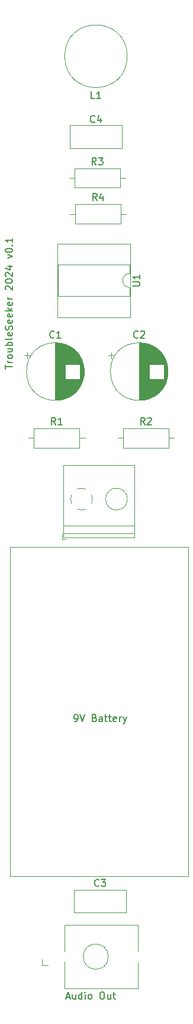
<source format=gbr>
%TF.GenerationSoftware,KiCad,Pcbnew,8.0.2-1*%
%TF.CreationDate,2024-06-20T14:35:33+08:00*%
%TF.ProjectId,troubleSeeker,74726f75-626c-4655-9365-656b65722e6b,rev?*%
%TF.SameCoordinates,Original*%
%TF.FileFunction,Legend,Top*%
%TF.FilePolarity,Positive*%
%FSLAX46Y46*%
G04 Gerber Fmt 4.6, Leading zero omitted, Abs format (unit mm)*
G04 Created by KiCad (PCBNEW 8.0.2-1) date 2024-06-20 14:35:33*
%MOMM*%
%LPD*%
G01*
G04 APERTURE LIST*
%ADD10C,0.150000*%
%ADD11C,0.100000*%
%ADD12C,0.120000*%
G04 APERTURE END LIST*
D10*
X118869819Y-90106077D02*
X118869819Y-89534649D01*
X119869819Y-89820363D02*
X118869819Y-89820363D01*
X119869819Y-89201315D02*
X119203152Y-89201315D01*
X119393628Y-89201315D02*
X119298390Y-89153696D01*
X119298390Y-89153696D02*
X119250771Y-89106077D01*
X119250771Y-89106077D02*
X119203152Y-89010839D01*
X119203152Y-89010839D02*
X119203152Y-88915601D01*
X119869819Y-88439410D02*
X119822200Y-88534648D01*
X119822200Y-88534648D02*
X119774580Y-88582267D01*
X119774580Y-88582267D02*
X119679342Y-88629886D01*
X119679342Y-88629886D02*
X119393628Y-88629886D01*
X119393628Y-88629886D02*
X119298390Y-88582267D01*
X119298390Y-88582267D02*
X119250771Y-88534648D01*
X119250771Y-88534648D02*
X119203152Y-88439410D01*
X119203152Y-88439410D02*
X119203152Y-88296553D01*
X119203152Y-88296553D02*
X119250771Y-88201315D01*
X119250771Y-88201315D02*
X119298390Y-88153696D01*
X119298390Y-88153696D02*
X119393628Y-88106077D01*
X119393628Y-88106077D02*
X119679342Y-88106077D01*
X119679342Y-88106077D02*
X119774580Y-88153696D01*
X119774580Y-88153696D02*
X119822200Y-88201315D01*
X119822200Y-88201315D02*
X119869819Y-88296553D01*
X119869819Y-88296553D02*
X119869819Y-88439410D01*
X119203152Y-87248934D02*
X119869819Y-87248934D01*
X119203152Y-87677505D02*
X119726961Y-87677505D01*
X119726961Y-87677505D02*
X119822200Y-87629886D01*
X119822200Y-87629886D02*
X119869819Y-87534648D01*
X119869819Y-87534648D02*
X119869819Y-87391791D01*
X119869819Y-87391791D02*
X119822200Y-87296553D01*
X119822200Y-87296553D02*
X119774580Y-87248934D01*
X119869819Y-86772743D02*
X118869819Y-86772743D01*
X119250771Y-86772743D02*
X119203152Y-86677505D01*
X119203152Y-86677505D02*
X119203152Y-86487029D01*
X119203152Y-86487029D02*
X119250771Y-86391791D01*
X119250771Y-86391791D02*
X119298390Y-86344172D01*
X119298390Y-86344172D02*
X119393628Y-86296553D01*
X119393628Y-86296553D02*
X119679342Y-86296553D01*
X119679342Y-86296553D02*
X119774580Y-86344172D01*
X119774580Y-86344172D02*
X119822200Y-86391791D01*
X119822200Y-86391791D02*
X119869819Y-86487029D01*
X119869819Y-86487029D02*
X119869819Y-86677505D01*
X119869819Y-86677505D02*
X119822200Y-86772743D01*
X119869819Y-85725124D02*
X119822200Y-85820362D01*
X119822200Y-85820362D02*
X119726961Y-85867981D01*
X119726961Y-85867981D02*
X118869819Y-85867981D01*
X119822200Y-84963219D02*
X119869819Y-85058457D01*
X119869819Y-85058457D02*
X119869819Y-85248933D01*
X119869819Y-85248933D02*
X119822200Y-85344171D01*
X119822200Y-85344171D02*
X119726961Y-85391790D01*
X119726961Y-85391790D02*
X119346009Y-85391790D01*
X119346009Y-85391790D02*
X119250771Y-85344171D01*
X119250771Y-85344171D02*
X119203152Y-85248933D01*
X119203152Y-85248933D02*
X119203152Y-85058457D01*
X119203152Y-85058457D02*
X119250771Y-84963219D01*
X119250771Y-84963219D02*
X119346009Y-84915600D01*
X119346009Y-84915600D02*
X119441247Y-84915600D01*
X119441247Y-84915600D02*
X119536485Y-85391790D01*
X119822200Y-84534647D02*
X119869819Y-84391790D01*
X119869819Y-84391790D02*
X119869819Y-84153695D01*
X119869819Y-84153695D02*
X119822200Y-84058457D01*
X119822200Y-84058457D02*
X119774580Y-84010838D01*
X119774580Y-84010838D02*
X119679342Y-83963219D01*
X119679342Y-83963219D02*
X119584104Y-83963219D01*
X119584104Y-83963219D02*
X119488866Y-84010838D01*
X119488866Y-84010838D02*
X119441247Y-84058457D01*
X119441247Y-84058457D02*
X119393628Y-84153695D01*
X119393628Y-84153695D02*
X119346009Y-84344171D01*
X119346009Y-84344171D02*
X119298390Y-84439409D01*
X119298390Y-84439409D02*
X119250771Y-84487028D01*
X119250771Y-84487028D02*
X119155533Y-84534647D01*
X119155533Y-84534647D02*
X119060295Y-84534647D01*
X119060295Y-84534647D02*
X118965057Y-84487028D01*
X118965057Y-84487028D02*
X118917438Y-84439409D01*
X118917438Y-84439409D02*
X118869819Y-84344171D01*
X118869819Y-84344171D02*
X118869819Y-84106076D01*
X118869819Y-84106076D02*
X118917438Y-83963219D01*
X119822200Y-83153695D02*
X119869819Y-83248933D01*
X119869819Y-83248933D02*
X119869819Y-83439409D01*
X119869819Y-83439409D02*
X119822200Y-83534647D01*
X119822200Y-83534647D02*
X119726961Y-83582266D01*
X119726961Y-83582266D02*
X119346009Y-83582266D01*
X119346009Y-83582266D02*
X119250771Y-83534647D01*
X119250771Y-83534647D02*
X119203152Y-83439409D01*
X119203152Y-83439409D02*
X119203152Y-83248933D01*
X119203152Y-83248933D02*
X119250771Y-83153695D01*
X119250771Y-83153695D02*
X119346009Y-83106076D01*
X119346009Y-83106076D02*
X119441247Y-83106076D01*
X119441247Y-83106076D02*
X119536485Y-83582266D01*
X119822200Y-82296552D02*
X119869819Y-82391790D01*
X119869819Y-82391790D02*
X119869819Y-82582266D01*
X119869819Y-82582266D02*
X119822200Y-82677504D01*
X119822200Y-82677504D02*
X119726961Y-82725123D01*
X119726961Y-82725123D02*
X119346009Y-82725123D01*
X119346009Y-82725123D02*
X119250771Y-82677504D01*
X119250771Y-82677504D02*
X119203152Y-82582266D01*
X119203152Y-82582266D02*
X119203152Y-82391790D01*
X119203152Y-82391790D02*
X119250771Y-82296552D01*
X119250771Y-82296552D02*
X119346009Y-82248933D01*
X119346009Y-82248933D02*
X119441247Y-82248933D01*
X119441247Y-82248933D02*
X119536485Y-82725123D01*
X119869819Y-81820361D02*
X118869819Y-81820361D01*
X119488866Y-81725123D02*
X119869819Y-81439409D01*
X119203152Y-81439409D02*
X119584104Y-81820361D01*
X119822200Y-80629885D02*
X119869819Y-80725123D01*
X119869819Y-80725123D02*
X119869819Y-80915599D01*
X119869819Y-80915599D02*
X119822200Y-81010837D01*
X119822200Y-81010837D02*
X119726961Y-81058456D01*
X119726961Y-81058456D02*
X119346009Y-81058456D01*
X119346009Y-81058456D02*
X119250771Y-81010837D01*
X119250771Y-81010837D02*
X119203152Y-80915599D01*
X119203152Y-80915599D02*
X119203152Y-80725123D01*
X119203152Y-80725123D02*
X119250771Y-80629885D01*
X119250771Y-80629885D02*
X119346009Y-80582266D01*
X119346009Y-80582266D02*
X119441247Y-80582266D01*
X119441247Y-80582266D02*
X119536485Y-81058456D01*
X119869819Y-80153694D02*
X119203152Y-80153694D01*
X119393628Y-80153694D02*
X119298390Y-80106075D01*
X119298390Y-80106075D02*
X119250771Y-80058456D01*
X119250771Y-80058456D02*
X119203152Y-79963218D01*
X119203152Y-79963218D02*
X119203152Y-79867980D01*
X118965057Y-78820360D02*
X118917438Y-78772741D01*
X118917438Y-78772741D02*
X118869819Y-78677503D01*
X118869819Y-78677503D02*
X118869819Y-78439408D01*
X118869819Y-78439408D02*
X118917438Y-78344170D01*
X118917438Y-78344170D02*
X118965057Y-78296551D01*
X118965057Y-78296551D02*
X119060295Y-78248932D01*
X119060295Y-78248932D02*
X119155533Y-78248932D01*
X119155533Y-78248932D02*
X119298390Y-78296551D01*
X119298390Y-78296551D02*
X119869819Y-78867979D01*
X119869819Y-78867979D02*
X119869819Y-78248932D01*
X118869819Y-77629884D02*
X118869819Y-77534646D01*
X118869819Y-77534646D02*
X118917438Y-77439408D01*
X118917438Y-77439408D02*
X118965057Y-77391789D01*
X118965057Y-77391789D02*
X119060295Y-77344170D01*
X119060295Y-77344170D02*
X119250771Y-77296551D01*
X119250771Y-77296551D02*
X119488866Y-77296551D01*
X119488866Y-77296551D02*
X119679342Y-77344170D01*
X119679342Y-77344170D02*
X119774580Y-77391789D01*
X119774580Y-77391789D02*
X119822200Y-77439408D01*
X119822200Y-77439408D02*
X119869819Y-77534646D01*
X119869819Y-77534646D02*
X119869819Y-77629884D01*
X119869819Y-77629884D02*
X119822200Y-77725122D01*
X119822200Y-77725122D02*
X119774580Y-77772741D01*
X119774580Y-77772741D02*
X119679342Y-77820360D01*
X119679342Y-77820360D02*
X119488866Y-77867979D01*
X119488866Y-77867979D02*
X119250771Y-77867979D01*
X119250771Y-77867979D02*
X119060295Y-77820360D01*
X119060295Y-77820360D02*
X118965057Y-77772741D01*
X118965057Y-77772741D02*
X118917438Y-77725122D01*
X118917438Y-77725122D02*
X118869819Y-77629884D01*
X118965057Y-76915598D02*
X118917438Y-76867979D01*
X118917438Y-76867979D02*
X118869819Y-76772741D01*
X118869819Y-76772741D02*
X118869819Y-76534646D01*
X118869819Y-76534646D02*
X118917438Y-76439408D01*
X118917438Y-76439408D02*
X118965057Y-76391789D01*
X118965057Y-76391789D02*
X119060295Y-76344170D01*
X119060295Y-76344170D02*
X119155533Y-76344170D01*
X119155533Y-76344170D02*
X119298390Y-76391789D01*
X119298390Y-76391789D02*
X119869819Y-76963217D01*
X119869819Y-76963217D02*
X119869819Y-76344170D01*
X119203152Y-75487027D02*
X119869819Y-75487027D01*
X118822200Y-75725122D02*
X119536485Y-75963217D01*
X119536485Y-75963217D02*
X119536485Y-75344170D01*
X119203152Y-74296550D02*
X119869819Y-74058455D01*
X119869819Y-74058455D02*
X119203152Y-73820360D01*
X118869819Y-73248931D02*
X118869819Y-73153693D01*
X118869819Y-73153693D02*
X118917438Y-73058455D01*
X118917438Y-73058455D02*
X118965057Y-73010836D01*
X118965057Y-73010836D02*
X119060295Y-72963217D01*
X119060295Y-72963217D02*
X119250771Y-72915598D01*
X119250771Y-72915598D02*
X119488866Y-72915598D01*
X119488866Y-72915598D02*
X119679342Y-72963217D01*
X119679342Y-72963217D02*
X119774580Y-73010836D01*
X119774580Y-73010836D02*
X119822200Y-73058455D01*
X119822200Y-73058455D02*
X119869819Y-73153693D01*
X119869819Y-73153693D02*
X119869819Y-73248931D01*
X119869819Y-73248931D02*
X119822200Y-73344169D01*
X119822200Y-73344169D02*
X119774580Y-73391788D01*
X119774580Y-73391788D02*
X119679342Y-73439407D01*
X119679342Y-73439407D02*
X119488866Y-73487026D01*
X119488866Y-73487026D02*
X119250771Y-73487026D01*
X119250771Y-73487026D02*
X119060295Y-73439407D01*
X119060295Y-73439407D02*
X118965057Y-73391788D01*
X118965057Y-73391788D02*
X118917438Y-73344169D01*
X118917438Y-73344169D02*
X118869819Y-73248931D01*
X119774580Y-72487026D02*
X119822200Y-72439407D01*
X119822200Y-72439407D02*
X119869819Y-72487026D01*
X119869819Y-72487026D02*
X119822200Y-72534645D01*
X119822200Y-72534645D02*
X119774580Y-72487026D01*
X119774580Y-72487026D02*
X119869819Y-72487026D01*
X119869819Y-71487027D02*
X119869819Y-72058455D01*
X119869819Y-71772741D02*
X118869819Y-71772741D01*
X118869819Y-71772741D02*
X119012676Y-71867979D01*
X119012676Y-71867979D02*
X119107914Y-71963217D01*
X119107914Y-71963217D02*
X119155533Y-72058455D01*
D11*
X119500000Y-115500000D02*
X145000000Y-115500000D01*
X145000000Y-162500000D01*
X119500000Y-162500000D01*
X119500000Y-115500000D01*
D10*
X131933333Y-66084819D02*
X131600000Y-65608628D01*
X131361905Y-66084819D02*
X131361905Y-65084819D01*
X131361905Y-65084819D02*
X131742857Y-65084819D01*
X131742857Y-65084819D02*
X131838095Y-65132438D01*
X131838095Y-65132438D02*
X131885714Y-65180057D01*
X131885714Y-65180057D02*
X131933333Y-65275295D01*
X131933333Y-65275295D02*
X131933333Y-65418152D01*
X131933333Y-65418152D02*
X131885714Y-65513390D01*
X131885714Y-65513390D02*
X131838095Y-65561009D01*
X131838095Y-65561009D02*
X131742857Y-65608628D01*
X131742857Y-65608628D02*
X131361905Y-65608628D01*
X132790476Y-65418152D02*
X132790476Y-66084819D01*
X132552381Y-65037200D02*
X132314286Y-65751485D01*
X132314286Y-65751485D02*
X132933333Y-65751485D01*
X131833333Y-60984819D02*
X131500000Y-60508628D01*
X131261905Y-60984819D02*
X131261905Y-59984819D01*
X131261905Y-59984819D02*
X131642857Y-59984819D01*
X131642857Y-59984819D02*
X131738095Y-60032438D01*
X131738095Y-60032438D02*
X131785714Y-60080057D01*
X131785714Y-60080057D02*
X131833333Y-60175295D01*
X131833333Y-60175295D02*
X131833333Y-60318152D01*
X131833333Y-60318152D02*
X131785714Y-60413390D01*
X131785714Y-60413390D02*
X131738095Y-60461009D01*
X131738095Y-60461009D02*
X131642857Y-60508628D01*
X131642857Y-60508628D02*
X131261905Y-60508628D01*
X132166667Y-59984819D02*
X132785714Y-59984819D01*
X132785714Y-59984819D02*
X132452381Y-60365771D01*
X132452381Y-60365771D02*
X132595238Y-60365771D01*
X132595238Y-60365771D02*
X132690476Y-60413390D01*
X132690476Y-60413390D02*
X132738095Y-60461009D01*
X132738095Y-60461009D02*
X132785714Y-60556247D01*
X132785714Y-60556247D02*
X132785714Y-60794342D01*
X132785714Y-60794342D02*
X132738095Y-60889580D01*
X132738095Y-60889580D02*
X132690476Y-60937200D01*
X132690476Y-60937200D02*
X132595238Y-60984819D01*
X132595238Y-60984819D02*
X132309524Y-60984819D01*
X132309524Y-60984819D02*
X132214286Y-60937200D01*
X132214286Y-60937200D02*
X132166667Y-60889580D01*
X138793333Y-98084819D02*
X138460000Y-97608628D01*
X138221905Y-98084819D02*
X138221905Y-97084819D01*
X138221905Y-97084819D02*
X138602857Y-97084819D01*
X138602857Y-97084819D02*
X138698095Y-97132438D01*
X138698095Y-97132438D02*
X138745714Y-97180057D01*
X138745714Y-97180057D02*
X138793333Y-97275295D01*
X138793333Y-97275295D02*
X138793333Y-97418152D01*
X138793333Y-97418152D02*
X138745714Y-97513390D01*
X138745714Y-97513390D02*
X138698095Y-97561009D01*
X138698095Y-97561009D02*
X138602857Y-97608628D01*
X138602857Y-97608628D02*
X138221905Y-97608628D01*
X139174286Y-97180057D02*
X139221905Y-97132438D01*
X139221905Y-97132438D02*
X139317143Y-97084819D01*
X139317143Y-97084819D02*
X139555238Y-97084819D01*
X139555238Y-97084819D02*
X139650476Y-97132438D01*
X139650476Y-97132438D02*
X139698095Y-97180057D01*
X139698095Y-97180057D02*
X139745714Y-97275295D01*
X139745714Y-97275295D02*
X139745714Y-97370533D01*
X139745714Y-97370533D02*
X139698095Y-97513390D01*
X139698095Y-97513390D02*
X139126667Y-98084819D01*
X139126667Y-98084819D02*
X139745714Y-98084819D01*
X126033333Y-98084819D02*
X125700000Y-97608628D01*
X125461905Y-98084819D02*
X125461905Y-97084819D01*
X125461905Y-97084819D02*
X125842857Y-97084819D01*
X125842857Y-97084819D02*
X125938095Y-97132438D01*
X125938095Y-97132438D02*
X125985714Y-97180057D01*
X125985714Y-97180057D02*
X126033333Y-97275295D01*
X126033333Y-97275295D02*
X126033333Y-97418152D01*
X126033333Y-97418152D02*
X125985714Y-97513390D01*
X125985714Y-97513390D02*
X125938095Y-97561009D01*
X125938095Y-97561009D02*
X125842857Y-97608628D01*
X125842857Y-97608628D02*
X125461905Y-97608628D01*
X126985714Y-98084819D02*
X126414286Y-98084819D01*
X126700000Y-98084819D02*
X126700000Y-97084819D01*
X126700000Y-97084819D02*
X126604762Y-97227676D01*
X126604762Y-97227676D02*
X126509524Y-97322914D01*
X126509524Y-97322914D02*
X126414286Y-97370533D01*
X131643333Y-51554819D02*
X131167143Y-51554819D01*
X131167143Y-51554819D02*
X131167143Y-50554819D01*
X132500476Y-51554819D02*
X131929048Y-51554819D01*
X132214762Y-51554819D02*
X132214762Y-50554819D01*
X132214762Y-50554819D02*
X132119524Y-50697676D01*
X132119524Y-50697676D02*
X132024286Y-50792914D01*
X132024286Y-50792914D02*
X131929048Y-50840533D01*
X137833333Y-85609580D02*
X137785714Y-85657200D01*
X137785714Y-85657200D02*
X137642857Y-85704819D01*
X137642857Y-85704819D02*
X137547619Y-85704819D01*
X137547619Y-85704819D02*
X137404762Y-85657200D01*
X137404762Y-85657200D02*
X137309524Y-85561961D01*
X137309524Y-85561961D02*
X137261905Y-85466723D01*
X137261905Y-85466723D02*
X137214286Y-85276247D01*
X137214286Y-85276247D02*
X137214286Y-85133390D01*
X137214286Y-85133390D02*
X137261905Y-84942914D01*
X137261905Y-84942914D02*
X137309524Y-84847676D01*
X137309524Y-84847676D02*
X137404762Y-84752438D01*
X137404762Y-84752438D02*
X137547619Y-84704819D01*
X137547619Y-84704819D02*
X137642857Y-84704819D01*
X137642857Y-84704819D02*
X137785714Y-84752438D01*
X137785714Y-84752438D02*
X137833333Y-84800057D01*
X138214286Y-84800057D02*
X138261905Y-84752438D01*
X138261905Y-84752438D02*
X138357143Y-84704819D01*
X138357143Y-84704819D02*
X138595238Y-84704819D01*
X138595238Y-84704819D02*
X138690476Y-84752438D01*
X138690476Y-84752438D02*
X138738095Y-84800057D01*
X138738095Y-84800057D02*
X138785714Y-84895295D01*
X138785714Y-84895295D02*
X138785714Y-84990533D01*
X138785714Y-84990533D02*
X138738095Y-85133390D01*
X138738095Y-85133390D02*
X138166667Y-85704819D01*
X138166667Y-85704819D02*
X138785714Y-85704819D01*
X125833333Y-85609580D02*
X125785714Y-85657200D01*
X125785714Y-85657200D02*
X125642857Y-85704819D01*
X125642857Y-85704819D02*
X125547619Y-85704819D01*
X125547619Y-85704819D02*
X125404762Y-85657200D01*
X125404762Y-85657200D02*
X125309524Y-85561961D01*
X125309524Y-85561961D02*
X125261905Y-85466723D01*
X125261905Y-85466723D02*
X125214286Y-85276247D01*
X125214286Y-85276247D02*
X125214286Y-85133390D01*
X125214286Y-85133390D02*
X125261905Y-84942914D01*
X125261905Y-84942914D02*
X125309524Y-84847676D01*
X125309524Y-84847676D02*
X125404762Y-84752438D01*
X125404762Y-84752438D02*
X125547619Y-84704819D01*
X125547619Y-84704819D02*
X125642857Y-84704819D01*
X125642857Y-84704819D02*
X125785714Y-84752438D01*
X125785714Y-84752438D02*
X125833333Y-84800057D01*
X126785714Y-85704819D02*
X126214286Y-85704819D01*
X126500000Y-85704819D02*
X126500000Y-84704819D01*
X126500000Y-84704819D02*
X126404762Y-84847676D01*
X126404762Y-84847676D02*
X126309524Y-84942914D01*
X126309524Y-84942914D02*
X126214286Y-84990533D01*
X137084819Y-78271904D02*
X137894342Y-78271904D01*
X137894342Y-78271904D02*
X137989580Y-78224285D01*
X137989580Y-78224285D02*
X138037200Y-78176666D01*
X138037200Y-78176666D02*
X138084819Y-78081428D01*
X138084819Y-78081428D02*
X138084819Y-77890952D01*
X138084819Y-77890952D02*
X138037200Y-77795714D01*
X138037200Y-77795714D02*
X137989580Y-77748095D01*
X137989580Y-77748095D02*
X137894342Y-77700476D01*
X137894342Y-77700476D02*
X137084819Y-77700476D01*
X138084819Y-76700476D02*
X138084819Y-77271904D01*
X138084819Y-76986190D02*
X137084819Y-76986190D01*
X137084819Y-76986190D02*
X137227676Y-77081428D01*
X137227676Y-77081428D02*
X137322914Y-77176666D01*
X137322914Y-77176666D02*
X137370533Y-77271904D01*
X127553809Y-179769104D02*
X128029999Y-179769104D01*
X127458571Y-180054819D02*
X127791904Y-179054819D01*
X127791904Y-179054819D02*
X128125237Y-180054819D01*
X128887142Y-179388152D02*
X128887142Y-180054819D01*
X128458571Y-179388152D02*
X128458571Y-179911961D01*
X128458571Y-179911961D02*
X128506190Y-180007200D01*
X128506190Y-180007200D02*
X128601428Y-180054819D01*
X128601428Y-180054819D02*
X128744285Y-180054819D01*
X128744285Y-180054819D02*
X128839523Y-180007200D01*
X128839523Y-180007200D02*
X128887142Y-179959580D01*
X129791904Y-180054819D02*
X129791904Y-179054819D01*
X129791904Y-180007200D02*
X129696666Y-180054819D01*
X129696666Y-180054819D02*
X129506190Y-180054819D01*
X129506190Y-180054819D02*
X129410952Y-180007200D01*
X129410952Y-180007200D02*
X129363333Y-179959580D01*
X129363333Y-179959580D02*
X129315714Y-179864342D01*
X129315714Y-179864342D02*
X129315714Y-179578628D01*
X129315714Y-179578628D02*
X129363333Y-179483390D01*
X129363333Y-179483390D02*
X129410952Y-179435771D01*
X129410952Y-179435771D02*
X129506190Y-179388152D01*
X129506190Y-179388152D02*
X129696666Y-179388152D01*
X129696666Y-179388152D02*
X129791904Y-179435771D01*
X130268095Y-180054819D02*
X130268095Y-179388152D01*
X130268095Y-179054819D02*
X130220476Y-179102438D01*
X130220476Y-179102438D02*
X130268095Y-179150057D01*
X130268095Y-179150057D02*
X130315714Y-179102438D01*
X130315714Y-179102438D02*
X130268095Y-179054819D01*
X130268095Y-179054819D02*
X130268095Y-179150057D01*
X130887142Y-180054819D02*
X130791904Y-180007200D01*
X130791904Y-180007200D02*
X130744285Y-179959580D01*
X130744285Y-179959580D02*
X130696666Y-179864342D01*
X130696666Y-179864342D02*
X130696666Y-179578628D01*
X130696666Y-179578628D02*
X130744285Y-179483390D01*
X130744285Y-179483390D02*
X130791904Y-179435771D01*
X130791904Y-179435771D02*
X130887142Y-179388152D01*
X130887142Y-179388152D02*
X131029999Y-179388152D01*
X131029999Y-179388152D02*
X131125237Y-179435771D01*
X131125237Y-179435771D02*
X131172856Y-179483390D01*
X131172856Y-179483390D02*
X131220475Y-179578628D01*
X131220475Y-179578628D02*
X131220475Y-179864342D01*
X131220475Y-179864342D02*
X131172856Y-179959580D01*
X131172856Y-179959580D02*
X131125237Y-180007200D01*
X131125237Y-180007200D02*
X131029999Y-180054819D01*
X131029999Y-180054819D02*
X130887142Y-180054819D01*
X132601428Y-179054819D02*
X132791904Y-179054819D01*
X132791904Y-179054819D02*
X132887142Y-179102438D01*
X132887142Y-179102438D02*
X132982380Y-179197676D01*
X132982380Y-179197676D02*
X133029999Y-179388152D01*
X133029999Y-179388152D02*
X133029999Y-179721485D01*
X133029999Y-179721485D02*
X132982380Y-179911961D01*
X132982380Y-179911961D02*
X132887142Y-180007200D01*
X132887142Y-180007200D02*
X132791904Y-180054819D01*
X132791904Y-180054819D02*
X132601428Y-180054819D01*
X132601428Y-180054819D02*
X132506190Y-180007200D01*
X132506190Y-180007200D02*
X132410952Y-179911961D01*
X132410952Y-179911961D02*
X132363333Y-179721485D01*
X132363333Y-179721485D02*
X132363333Y-179388152D01*
X132363333Y-179388152D02*
X132410952Y-179197676D01*
X132410952Y-179197676D02*
X132506190Y-179102438D01*
X132506190Y-179102438D02*
X132601428Y-179054819D01*
X133887142Y-179388152D02*
X133887142Y-180054819D01*
X133458571Y-179388152D02*
X133458571Y-179911961D01*
X133458571Y-179911961D02*
X133506190Y-180007200D01*
X133506190Y-180007200D02*
X133601428Y-180054819D01*
X133601428Y-180054819D02*
X133744285Y-180054819D01*
X133744285Y-180054819D02*
X133839523Y-180007200D01*
X133839523Y-180007200D02*
X133887142Y-179959580D01*
X134220476Y-179388152D02*
X134601428Y-179388152D01*
X134363333Y-179054819D02*
X134363333Y-179911961D01*
X134363333Y-179911961D02*
X134410952Y-180007200D01*
X134410952Y-180007200D02*
X134506190Y-180054819D01*
X134506190Y-180054819D02*
X134601428Y-180054819D01*
X131643333Y-54859580D02*
X131595714Y-54907200D01*
X131595714Y-54907200D02*
X131452857Y-54954819D01*
X131452857Y-54954819D02*
X131357619Y-54954819D01*
X131357619Y-54954819D02*
X131214762Y-54907200D01*
X131214762Y-54907200D02*
X131119524Y-54811961D01*
X131119524Y-54811961D02*
X131071905Y-54716723D01*
X131071905Y-54716723D02*
X131024286Y-54526247D01*
X131024286Y-54526247D02*
X131024286Y-54383390D01*
X131024286Y-54383390D02*
X131071905Y-54192914D01*
X131071905Y-54192914D02*
X131119524Y-54097676D01*
X131119524Y-54097676D02*
X131214762Y-54002438D01*
X131214762Y-54002438D02*
X131357619Y-53954819D01*
X131357619Y-53954819D02*
X131452857Y-53954819D01*
X131452857Y-53954819D02*
X131595714Y-54002438D01*
X131595714Y-54002438D02*
X131643333Y-54050057D01*
X132500476Y-54288152D02*
X132500476Y-54954819D01*
X132262381Y-53907200D02*
X132024286Y-54621485D01*
X132024286Y-54621485D02*
X132643333Y-54621485D01*
X132233333Y-163859580D02*
X132185714Y-163907200D01*
X132185714Y-163907200D02*
X132042857Y-163954819D01*
X132042857Y-163954819D02*
X131947619Y-163954819D01*
X131947619Y-163954819D02*
X131804762Y-163907200D01*
X131804762Y-163907200D02*
X131709524Y-163811961D01*
X131709524Y-163811961D02*
X131661905Y-163716723D01*
X131661905Y-163716723D02*
X131614286Y-163526247D01*
X131614286Y-163526247D02*
X131614286Y-163383390D01*
X131614286Y-163383390D02*
X131661905Y-163192914D01*
X131661905Y-163192914D02*
X131709524Y-163097676D01*
X131709524Y-163097676D02*
X131804762Y-163002438D01*
X131804762Y-163002438D02*
X131947619Y-162954819D01*
X131947619Y-162954819D02*
X132042857Y-162954819D01*
X132042857Y-162954819D02*
X132185714Y-163002438D01*
X132185714Y-163002438D02*
X132233333Y-163050057D01*
X132566667Y-162954819D02*
X133185714Y-162954819D01*
X133185714Y-162954819D02*
X132852381Y-163335771D01*
X132852381Y-163335771D02*
X132995238Y-163335771D01*
X132995238Y-163335771D02*
X133090476Y-163383390D01*
X133090476Y-163383390D02*
X133138095Y-163431009D01*
X133138095Y-163431009D02*
X133185714Y-163526247D01*
X133185714Y-163526247D02*
X133185714Y-163764342D01*
X133185714Y-163764342D02*
X133138095Y-163859580D01*
X133138095Y-163859580D02*
X133090476Y-163907200D01*
X133090476Y-163907200D02*
X132995238Y-163954819D01*
X132995238Y-163954819D02*
X132709524Y-163954819D01*
X132709524Y-163954819D02*
X132614286Y-163907200D01*
X132614286Y-163907200D02*
X132566667Y-163859580D01*
X128757142Y-140454819D02*
X128947618Y-140454819D01*
X128947618Y-140454819D02*
X129042856Y-140407200D01*
X129042856Y-140407200D02*
X129090475Y-140359580D01*
X129090475Y-140359580D02*
X129185713Y-140216723D01*
X129185713Y-140216723D02*
X129233332Y-140026247D01*
X129233332Y-140026247D02*
X129233332Y-139645295D01*
X129233332Y-139645295D02*
X129185713Y-139550057D01*
X129185713Y-139550057D02*
X129138094Y-139502438D01*
X129138094Y-139502438D02*
X129042856Y-139454819D01*
X129042856Y-139454819D02*
X128852380Y-139454819D01*
X128852380Y-139454819D02*
X128757142Y-139502438D01*
X128757142Y-139502438D02*
X128709523Y-139550057D01*
X128709523Y-139550057D02*
X128661904Y-139645295D01*
X128661904Y-139645295D02*
X128661904Y-139883390D01*
X128661904Y-139883390D02*
X128709523Y-139978628D01*
X128709523Y-139978628D02*
X128757142Y-140026247D01*
X128757142Y-140026247D02*
X128852380Y-140073866D01*
X128852380Y-140073866D02*
X129042856Y-140073866D01*
X129042856Y-140073866D02*
X129138094Y-140026247D01*
X129138094Y-140026247D02*
X129185713Y-139978628D01*
X129185713Y-139978628D02*
X129233332Y-139883390D01*
X129519047Y-139454819D02*
X129852380Y-140454819D01*
X129852380Y-140454819D02*
X130185713Y-139454819D01*
X131614285Y-139931009D02*
X131757142Y-139978628D01*
X131757142Y-139978628D02*
X131804761Y-140026247D01*
X131804761Y-140026247D02*
X131852380Y-140121485D01*
X131852380Y-140121485D02*
X131852380Y-140264342D01*
X131852380Y-140264342D02*
X131804761Y-140359580D01*
X131804761Y-140359580D02*
X131757142Y-140407200D01*
X131757142Y-140407200D02*
X131661904Y-140454819D01*
X131661904Y-140454819D02*
X131280952Y-140454819D01*
X131280952Y-140454819D02*
X131280952Y-139454819D01*
X131280952Y-139454819D02*
X131614285Y-139454819D01*
X131614285Y-139454819D02*
X131709523Y-139502438D01*
X131709523Y-139502438D02*
X131757142Y-139550057D01*
X131757142Y-139550057D02*
X131804761Y-139645295D01*
X131804761Y-139645295D02*
X131804761Y-139740533D01*
X131804761Y-139740533D02*
X131757142Y-139835771D01*
X131757142Y-139835771D02*
X131709523Y-139883390D01*
X131709523Y-139883390D02*
X131614285Y-139931009D01*
X131614285Y-139931009D02*
X131280952Y-139931009D01*
X132709523Y-140454819D02*
X132709523Y-139931009D01*
X132709523Y-139931009D02*
X132661904Y-139835771D01*
X132661904Y-139835771D02*
X132566666Y-139788152D01*
X132566666Y-139788152D02*
X132376190Y-139788152D01*
X132376190Y-139788152D02*
X132280952Y-139835771D01*
X132709523Y-140407200D02*
X132614285Y-140454819D01*
X132614285Y-140454819D02*
X132376190Y-140454819D01*
X132376190Y-140454819D02*
X132280952Y-140407200D01*
X132280952Y-140407200D02*
X132233333Y-140311961D01*
X132233333Y-140311961D02*
X132233333Y-140216723D01*
X132233333Y-140216723D02*
X132280952Y-140121485D01*
X132280952Y-140121485D02*
X132376190Y-140073866D01*
X132376190Y-140073866D02*
X132614285Y-140073866D01*
X132614285Y-140073866D02*
X132709523Y-140026247D01*
X133042857Y-139788152D02*
X133423809Y-139788152D01*
X133185714Y-139454819D02*
X133185714Y-140311961D01*
X133185714Y-140311961D02*
X133233333Y-140407200D01*
X133233333Y-140407200D02*
X133328571Y-140454819D01*
X133328571Y-140454819D02*
X133423809Y-140454819D01*
X133614286Y-139788152D02*
X133995238Y-139788152D01*
X133757143Y-139454819D02*
X133757143Y-140311961D01*
X133757143Y-140311961D02*
X133804762Y-140407200D01*
X133804762Y-140407200D02*
X133900000Y-140454819D01*
X133900000Y-140454819D02*
X133995238Y-140454819D01*
X134709524Y-140407200D02*
X134614286Y-140454819D01*
X134614286Y-140454819D02*
X134423810Y-140454819D01*
X134423810Y-140454819D02*
X134328572Y-140407200D01*
X134328572Y-140407200D02*
X134280953Y-140311961D01*
X134280953Y-140311961D02*
X134280953Y-139931009D01*
X134280953Y-139931009D02*
X134328572Y-139835771D01*
X134328572Y-139835771D02*
X134423810Y-139788152D01*
X134423810Y-139788152D02*
X134614286Y-139788152D01*
X134614286Y-139788152D02*
X134709524Y-139835771D01*
X134709524Y-139835771D02*
X134757143Y-139931009D01*
X134757143Y-139931009D02*
X134757143Y-140026247D01*
X134757143Y-140026247D02*
X134280953Y-140121485D01*
X135185715Y-140454819D02*
X135185715Y-139788152D01*
X135185715Y-139978628D02*
X135233334Y-139883390D01*
X135233334Y-139883390D02*
X135280953Y-139835771D01*
X135280953Y-139835771D02*
X135376191Y-139788152D01*
X135376191Y-139788152D02*
X135471429Y-139788152D01*
X135709525Y-139788152D02*
X135947620Y-140454819D01*
X136185715Y-139788152D02*
X135947620Y-140454819D01*
X135947620Y-140454819D02*
X135852382Y-140692914D01*
X135852382Y-140692914D02*
X135804763Y-140740533D01*
X135804763Y-140740533D02*
X135709525Y-140788152D01*
D12*
%TO.C,R4*%
X136140000Y-68000000D02*
X135370000Y-68000000D01*
X135370000Y-69370000D02*
X135370000Y-66630000D01*
X135370000Y-66630000D02*
X128830000Y-66630000D01*
X128830000Y-69370000D02*
X135370000Y-69370000D01*
X128830000Y-66630000D02*
X128830000Y-69370000D01*
X128060000Y-68000000D02*
X128830000Y-68000000D01*
%TO.C,R3*%
X136040000Y-62900000D02*
X135270000Y-62900000D01*
X135270000Y-64270000D02*
X135270000Y-61530000D01*
X135270000Y-61530000D02*
X128730000Y-61530000D01*
X128730000Y-64270000D02*
X135270000Y-64270000D01*
X128730000Y-61530000D02*
X128730000Y-64270000D01*
X127960000Y-62900000D02*
X128730000Y-62900000D01*
%TO.C,R2*%
X143000000Y-100000000D02*
X142230000Y-100000000D01*
X142230000Y-101370000D02*
X142230000Y-98630000D01*
X142230000Y-98630000D02*
X135690000Y-98630000D01*
X135690000Y-101370000D02*
X142230000Y-101370000D01*
X135690000Y-98630000D02*
X135690000Y-101370000D01*
X134920000Y-100000000D02*
X135690000Y-100000000D01*
%TO.C,R1*%
X130240000Y-100000000D02*
X129470000Y-100000000D01*
X129470000Y-101370000D02*
X129470000Y-98630000D01*
X129470000Y-98630000D02*
X122930000Y-98630000D01*
X122930000Y-101370000D02*
X129470000Y-101370000D01*
X122930000Y-98630000D02*
X122930000Y-101370000D01*
X122160000Y-100000000D02*
X122930000Y-100000000D01*
%TO.C,L1*%
X136280000Y-45500000D02*
G75*
G02*
X127340000Y-45500000I-4470000J0D01*
G01*
X127340000Y-45500000D02*
G75*
G02*
X136280000Y-45500000I4470000J0D01*
G01*
%TO.C,C2*%
X133590302Y-88185000D02*
X134390302Y-88185000D01*
X133990302Y-87785000D02*
X133990302Y-88585000D01*
X138000000Y-86420000D02*
X138000000Y-94580000D01*
X138040000Y-86420000D02*
X138040000Y-94580000D01*
X138080000Y-86420000D02*
X138080000Y-94580000D01*
X138120000Y-86421000D02*
X138120000Y-94579000D01*
X138160000Y-86423000D02*
X138160000Y-94577000D01*
X138200000Y-86424000D02*
X138200000Y-94576000D01*
X138240000Y-86426000D02*
X138240000Y-94574000D01*
X138280000Y-86429000D02*
X138280000Y-94571000D01*
X138320000Y-86432000D02*
X138320000Y-94568000D01*
X138360000Y-86435000D02*
X138360000Y-94565000D01*
X138400000Y-86439000D02*
X138400000Y-94561000D01*
X138440000Y-86443000D02*
X138440000Y-94557000D01*
X138480000Y-86448000D02*
X138480000Y-94552000D01*
X138520000Y-86452000D02*
X138520000Y-94548000D01*
X138560000Y-86458000D02*
X138560000Y-94542000D01*
X138600000Y-86463000D02*
X138600000Y-94537000D01*
X138640000Y-86470000D02*
X138640000Y-94530000D01*
X138680000Y-86476000D02*
X138680000Y-94524000D01*
X138721000Y-86483000D02*
X138721000Y-94517000D01*
X138761000Y-86490000D02*
X138761000Y-94510000D01*
X138801000Y-86498000D02*
X138801000Y-94502000D01*
X138841000Y-86506000D02*
X138841000Y-94494000D01*
X138881000Y-86515000D02*
X138881000Y-94485000D01*
X138921000Y-86524000D02*
X138921000Y-94476000D01*
X138961000Y-86533000D02*
X138961000Y-94467000D01*
X139001000Y-86543000D02*
X139001000Y-94457000D01*
X139041000Y-86553000D02*
X139041000Y-94447000D01*
X139081000Y-86564000D02*
X139081000Y-94436000D01*
X139121000Y-86575000D02*
X139121000Y-94425000D01*
X139161000Y-86586000D02*
X139161000Y-94414000D01*
X139201000Y-86598000D02*
X139201000Y-94402000D01*
X139241000Y-86611000D02*
X139241000Y-94389000D01*
X139281000Y-86623000D02*
X139281000Y-94377000D01*
X139321000Y-86637000D02*
X139321000Y-94363000D01*
X139361000Y-86650000D02*
X139361000Y-94350000D01*
X139401000Y-86665000D02*
X139401000Y-94335000D01*
X139441000Y-86679000D02*
X139441000Y-94321000D01*
X139481000Y-86695000D02*
X139481000Y-89460000D01*
X139481000Y-91540000D02*
X139481000Y-94305000D01*
X139521000Y-86710000D02*
X139521000Y-89460000D01*
X139521000Y-91540000D02*
X139521000Y-94290000D01*
X139561000Y-86726000D02*
X139561000Y-89460000D01*
X139561000Y-91540000D02*
X139561000Y-94274000D01*
X139601000Y-86743000D02*
X139601000Y-89460000D01*
X139601000Y-91540000D02*
X139601000Y-94257000D01*
X139641000Y-86760000D02*
X139641000Y-89460000D01*
X139641000Y-91540000D02*
X139641000Y-94240000D01*
X139681000Y-86778000D02*
X139681000Y-89460000D01*
X139681000Y-91540000D02*
X139681000Y-94222000D01*
X139721000Y-86796000D02*
X139721000Y-89460000D01*
X139721000Y-91540000D02*
X139721000Y-94204000D01*
X139761000Y-86814000D02*
X139761000Y-89460000D01*
X139761000Y-91540000D02*
X139761000Y-94186000D01*
X139801000Y-86834000D02*
X139801000Y-89460000D01*
X139801000Y-91540000D02*
X139801000Y-94166000D01*
X139841000Y-86853000D02*
X139841000Y-89460000D01*
X139841000Y-91540000D02*
X139841000Y-94147000D01*
X139881000Y-86873000D02*
X139881000Y-89460000D01*
X139881000Y-91540000D02*
X139881000Y-94127000D01*
X139921000Y-86894000D02*
X139921000Y-89460000D01*
X139921000Y-91540000D02*
X139921000Y-94106000D01*
X139961000Y-86916000D02*
X139961000Y-89460000D01*
X139961000Y-91540000D02*
X139961000Y-94084000D01*
X140001000Y-86938000D02*
X140001000Y-89460000D01*
X140001000Y-91540000D02*
X140001000Y-94062000D01*
X140041000Y-86960000D02*
X140041000Y-89460000D01*
X140041000Y-91540000D02*
X140041000Y-94040000D01*
X140081000Y-86983000D02*
X140081000Y-89460000D01*
X140081000Y-91540000D02*
X140081000Y-94017000D01*
X140121000Y-87007000D02*
X140121000Y-89460000D01*
X140121000Y-91540000D02*
X140121000Y-93993000D01*
X140161000Y-87031000D02*
X140161000Y-89460000D01*
X140161000Y-91540000D02*
X140161000Y-93969000D01*
X140201000Y-87056000D02*
X140201000Y-89460000D01*
X140201000Y-91540000D02*
X140201000Y-93944000D01*
X140241000Y-87082000D02*
X140241000Y-89460000D01*
X140241000Y-91540000D02*
X140241000Y-93918000D01*
X140281000Y-87108000D02*
X140281000Y-89460000D01*
X140281000Y-91540000D02*
X140281000Y-93892000D01*
X140321000Y-87135000D02*
X140321000Y-89460000D01*
X140321000Y-91540000D02*
X140321000Y-93865000D01*
X140361000Y-87162000D02*
X140361000Y-89460000D01*
X140361000Y-91540000D02*
X140361000Y-93838000D01*
X140401000Y-87191000D02*
X140401000Y-89460000D01*
X140401000Y-91540000D02*
X140401000Y-93809000D01*
X140441000Y-87220000D02*
X140441000Y-89460000D01*
X140441000Y-91540000D02*
X140441000Y-93780000D01*
X140481000Y-87250000D02*
X140481000Y-89460000D01*
X140481000Y-91540000D02*
X140481000Y-93750000D01*
X140521000Y-87280000D02*
X140521000Y-89460000D01*
X140521000Y-91540000D02*
X140521000Y-93720000D01*
X140561000Y-87311000D02*
X140561000Y-89460000D01*
X140561000Y-91540000D02*
X140561000Y-93689000D01*
X140601000Y-87344000D02*
X140601000Y-89460000D01*
X140601000Y-91540000D02*
X140601000Y-93656000D01*
X140641000Y-87376000D02*
X140641000Y-89460000D01*
X140641000Y-91540000D02*
X140641000Y-93624000D01*
X140681000Y-87410000D02*
X140681000Y-89460000D01*
X140681000Y-91540000D02*
X140681000Y-93590000D01*
X140721000Y-87445000D02*
X140721000Y-89460000D01*
X140721000Y-91540000D02*
X140721000Y-93555000D01*
X140761000Y-87481000D02*
X140761000Y-89460000D01*
X140761000Y-91540000D02*
X140761000Y-93519000D01*
X140801000Y-87517000D02*
X140801000Y-89460000D01*
X140801000Y-91540000D02*
X140801000Y-93483000D01*
X140841000Y-87555000D02*
X140841000Y-89460000D01*
X140841000Y-91540000D02*
X140841000Y-93445000D01*
X140881000Y-87593000D02*
X140881000Y-89460000D01*
X140881000Y-91540000D02*
X140881000Y-93407000D01*
X140921000Y-87633000D02*
X140921000Y-89460000D01*
X140921000Y-91540000D02*
X140921000Y-93367000D01*
X140961000Y-87674000D02*
X140961000Y-89460000D01*
X140961000Y-91540000D02*
X140961000Y-93326000D01*
X141001000Y-87716000D02*
X141001000Y-89460000D01*
X141001000Y-91540000D02*
X141001000Y-93284000D01*
X141041000Y-87759000D02*
X141041000Y-89460000D01*
X141041000Y-91540000D02*
X141041000Y-93241000D01*
X141081000Y-87803000D02*
X141081000Y-89460000D01*
X141081000Y-91540000D02*
X141081000Y-93197000D01*
X141121000Y-87849000D02*
X141121000Y-89460000D01*
X141121000Y-91540000D02*
X141121000Y-93151000D01*
X141161000Y-87896000D02*
X141161000Y-89460000D01*
X141161000Y-91540000D02*
X141161000Y-93104000D01*
X141201000Y-87944000D02*
X141201000Y-89460000D01*
X141201000Y-91540000D02*
X141201000Y-93056000D01*
X141241000Y-87995000D02*
X141241000Y-89460000D01*
X141241000Y-91540000D02*
X141241000Y-93005000D01*
X141281000Y-88046000D02*
X141281000Y-89460000D01*
X141281000Y-91540000D02*
X141281000Y-92954000D01*
X141321000Y-88100000D02*
X141321000Y-89460000D01*
X141321000Y-91540000D02*
X141321000Y-92900000D01*
X141361000Y-88155000D02*
X141361000Y-89460000D01*
X141361000Y-91540000D02*
X141361000Y-92845000D01*
X141401000Y-88213000D02*
X141401000Y-89460000D01*
X141401000Y-91540000D02*
X141401000Y-92787000D01*
X141441000Y-88272000D02*
X141441000Y-89460000D01*
X141441000Y-91540000D02*
X141441000Y-92728000D01*
X141481000Y-88334000D02*
X141481000Y-89460000D01*
X141481000Y-91540000D02*
X141481000Y-92666000D01*
X141521000Y-88398000D02*
X141521000Y-89460000D01*
X141521000Y-91540000D02*
X141521000Y-92602000D01*
X141561000Y-88466000D02*
X141561000Y-92534000D01*
X141601000Y-88536000D02*
X141601000Y-92464000D01*
X141641000Y-88610000D02*
X141641000Y-92390000D01*
X141681000Y-88687000D02*
X141681000Y-92313000D01*
X141721000Y-88769000D02*
X141721000Y-92231000D01*
X141761000Y-88855000D02*
X141761000Y-92145000D01*
X141801000Y-88948000D02*
X141801000Y-92052000D01*
X141841000Y-89047000D02*
X141841000Y-91953000D01*
X141881000Y-89154000D02*
X141881000Y-91846000D01*
X141921000Y-89271000D02*
X141921000Y-91729000D01*
X141961000Y-89402000D02*
X141961000Y-91598000D01*
X142001000Y-89552000D02*
X142001000Y-91448000D01*
X142041000Y-89732000D02*
X142041000Y-91268000D01*
X142081000Y-89967000D02*
X142081000Y-91033000D01*
X142120000Y-90500000D02*
G75*
G02*
X133880000Y-90500000I-4120000J0D01*
G01*
X133880000Y-90500000D02*
G75*
G02*
X142120000Y-90500000I4120000J0D01*
G01*
%TO.C,C1*%
X130120000Y-90500000D02*
G75*
G02*
X121880000Y-90500000I-4120000J0D01*
G01*
X121880000Y-90500000D02*
G75*
G02*
X130120000Y-90500000I4120000J0D01*
G01*
X130081000Y-89967000D02*
X130081000Y-91033000D01*
X130041000Y-89732000D02*
X130041000Y-91268000D01*
X130001000Y-89552000D02*
X130001000Y-91448000D01*
X129961000Y-89402000D02*
X129961000Y-91598000D01*
X129921000Y-89271000D02*
X129921000Y-91729000D01*
X129881000Y-89154000D02*
X129881000Y-91846000D01*
X129841000Y-89047000D02*
X129841000Y-91953000D01*
X129801000Y-88948000D02*
X129801000Y-92052000D01*
X129761000Y-88855000D02*
X129761000Y-92145000D01*
X129721000Y-88769000D02*
X129721000Y-92231000D01*
X129681000Y-88687000D02*
X129681000Y-92313000D01*
X129641000Y-88610000D02*
X129641000Y-92390000D01*
X129601000Y-88536000D02*
X129601000Y-92464000D01*
X129561000Y-88466000D02*
X129561000Y-92534000D01*
X129521000Y-91540000D02*
X129521000Y-92602000D01*
X129521000Y-88398000D02*
X129521000Y-89460000D01*
X129481000Y-91540000D02*
X129481000Y-92666000D01*
X129481000Y-88334000D02*
X129481000Y-89460000D01*
X129441000Y-91540000D02*
X129441000Y-92728000D01*
X129441000Y-88272000D02*
X129441000Y-89460000D01*
X129401000Y-91540000D02*
X129401000Y-92787000D01*
X129401000Y-88213000D02*
X129401000Y-89460000D01*
X129361000Y-91540000D02*
X129361000Y-92845000D01*
X129361000Y-88155000D02*
X129361000Y-89460000D01*
X129321000Y-91540000D02*
X129321000Y-92900000D01*
X129321000Y-88100000D02*
X129321000Y-89460000D01*
X129281000Y-91540000D02*
X129281000Y-92954000D01*
X129281000Y-88046000D02*
X129281000Y-89460000D01*
X129241000Y-91540000D02*
X129241000Y-93005000D01*
X129241000Y-87995000D02*
X129241000Y-89460000D01*
X129201000Y-91540000D02*
X129201000Y-93056000D01*
X129201000Y-87944000D02*
X129201000Y-89460000D01*
X129161000Y-91540000D02*
X129161000Y-93104000D01*
X129161000Y-87896000D02*
X129161000Y-89460000D01*
X129121000Y-91540000D02*
X129121000Y-93151000D01*
X129121000Y-87849000D02*
X129121000Y-89460000D01*
X129081000Y-91540000D02*
X129081000Y-93197000D01*
X129081000Y-87803000D02*
X129081000Y-89460000D01*
X129041000Y-91540000D02*
X129041000Y-93241000D01*
X129041000Y-87759000D02*
X129041000Y-89460000D01*
X129001000Y-91540000D02*
X129001000Y-93284000D01*
X129001000Y-87716000D02*
X129001000Y-89460000D01*
X128961000Y-91540000D02*
X128961000Y-93326000D01*
X128961000Y-87674000D02*
X128961000Y-89460000D01*
X128921000Y-91540000D02*
X128921000Y-93367000D01*
X128921000Y-87633000D02*
X128921000Y-89460000D01*
X128881000Y-91540000D02*
X128881000Y-93407000D01*
X128881000Y-87593000D02*
X128881000Y-89460000D01*
X128841000Y-91540000D02*
X128841000Y-93445000D01*
X128841000Y-87555000D02*
X128841000Y-89460000D01*
X128801000Y-91540000D02*
X128801000Y-93483000D01*
X128801000Y-87517000D02*
X128801000Y-89460000D01*
X128761000Y-91540000D02*
X128761000Y-93519000D01*
X128761000Y-87481000D02*
X128761000Y-89460000D01*
X128721000Y-91540000D02*
X128721000Y-93555000D01*
X128721000Y-87445000D02*
X128721000Y-89460000D01*
X128681000Y-91540000D02*
X128681000Y-93590000D01*
X128681000Y-87410000D02*
X128681000Y-89460000D01*
X128641000Y-91540000D02*
X128641000Y-93624000D01*
X128641000Y-87376000D02*
X128641000Y-89460000D01*
X128601000Y-91540000D02*
X128601000Y-93656000D01*
X128601000Y-87344000D02*
X128601000Y-89460000D01*
X128561000Y-91540000D02*
X128561000Y-93689000D01*
X128561000Y-87311000D02*
X128561000Y-89460000D01*
X128521000Y-91540000D02*
X128521000Y-93720000D01*
X128521000Y-87280000D02*
X128521000Y-89460000D01*
X128481000Y-91540000D02*
X128481000Y-93750000D01*
X128481000Y-87250000D02*
X128481000Y-89460000D01*
X128441000Y-91540000D02*
X128441000Y-93780000D01*
X128441000Y-87220000D02*
X128441000Y-89460000D01*
X128401000Y-91540000D02*
X128401000Y-93809000D01*
X128401000Y-87191000D02*
X128401000Y-89460000D01*
X128361000Y-91540000D02*
X128361000Y-93838000D01*
X128361000Y-87162000D02*
X128361000Y-89460000D01*
X128321000Y-91540000D02*
X128321000Y-93865000D01*
X128321000Y-87135000D02*
X128321000Y-89460000D01*
X128281000Y-91540000D02*
X128281000Y-93892000D01*
X128281000Y-87108000D02*
X128281000Y-89460000D01*
X128241000Y-91540000D02*
X128241000Y-93918000D01*
X128241000Y-87082000D02*
X128241000Y-89460000D01*
X128201000Y-91540000D02*
X128201000Y-93944000D01*
X128201000Y-87056000D02*
X128201000Y-89460000D01*
X128161000Y-91540000D02*
X128161000Y-93969000D01*
X128161000Y-87031000D02*
X128161000Y-89460000D01*
X128121000Y-91540000D02*
X128121000Y-93993000D01*
X128121000Y-87007000D02*
X128121000Y-89460000D01*
X128081000Y-91540000D02*
X128081000Y-94017000D01*
X128081000Y-86983000D02*
X128081000Y-89460000D01*
X128041000Y-91540000D02*
X128041000Y-94040000D01*
X128041000Y-86960000D02*
X128041000Y-89460000D01*
X128001000Y-91540000D02*
X128001000Y-94062000D01*
X128001000Y-86938000D02*
X128001000Y-89460000D01*
X127961000Y-91540000D02*
X127961000Y-94084000D01*
X127961000Y-86916000D02*
X127961000Y-89460000D01*
X127921000Y-91540000D02*
X127921000Y-94106000D01*
X127921000Y-86894000D02*
X127921000Y-89460000D01*
X127881000Y-91540000D02*
X127881000Y-94127000D01*
X127881000Y-86873000D02*
X127881000Y-89460000D01*
X127841000Y-91540000D02*
X127841000Y-94147000D01*
X127841000Y-86853000D02*
X127841000Y-89460000D01*
X127801000Y-91540000D02*
X127801000Y-94166000D01*
X127801000Y-86834000D02*
X127801000Y-89460000D01*
X127761000Y-91540000D02*
X127761000Y-94186000D01*
X127761000Y-86814000D02*
X127761000Y-89460000D01*
X127721000Y-91540000D02*
X127721000Y-94204000D01*
X127721000Y-86796000D02*
X127721000Y-89460000D01*
X127681000Y-91540000D02*
X127681000Y-94222000D01*
X127681000Y-86778000D02*
X127681000Y-89460000D01*
X127641000Y-91540000D02*
X127641000Y-94240000D01*
X127641000Y-86760000D02*
X127641000Y-89460000D01*
X127601000Y-91540000D02*
X127601000Y-94257000D01*
X127601000Y-86743000D02*
X127601000Y-89460000D01*
X127561000Y-91540000D02*
X127561000Y-94274000D01*
X127561000Y-86726000D02*
X127561000Y-89460000D01*
X127521000Y-91540000D02*
X127521000Y-94290000D01*
X127521000Y-86710000D02*
X127521000Y-89460000D01*
X127481000Y-91540000D02*
X127481000Y-94305000D01*
X127481000Y-86695000D02*
X127481000Y-89460000D01*
X127441000Y-86679000D02*
X127441000Y-94321000D01*
X127401000Y-86665000D02*
X127401000Y-94335000D01*
X127361000Y-86650000D02*
X127361000Y-94350000D01*
X127321000Y-86637000D02*
X127321000Y-94363000D01*
X127281000Y-86623000D02*
X127281000Y-94377000D01*
X127241000Y-86611000D02*
X127241000Y-94389000D01*
X127201000Y-86598000D02*
X127201000Y-94402000D01*
X127161000Y-86586000D02*
X127161000Y-94414000D01*
X127121000Y-86575000D02*
X127121000Y-94425000D01*
X127081000Y-86564000D02*
X127081000Y-94436000D01*
X127041000Y-86553000D02*
X127041000Y-94447000D01*
X127001000Y-86543000D02*
X127001000Y-94457000D01*
X126961000Y-86533000D02*
X126961000Y-94467000D01*
X126921000Y-86524000D02*
X126921000Y-94476000D01*
X126881000Y-86515000D02*
X126881000Y-94485000D01*
X126841000Y-86506000D02*
X126841000Y-94494000D01*
X126801000Y-86498000D02*
X126801000Y-94502000D01*
X126761000Y-86490000D02*
X126761000Y-94510000D01*
X126721000Y-86483000D02*
X126721000Y-94517000D01*
X126680000Y-86476000D02*
X126680000Y-94524000D01*
X126640000Y-86470000D02*
X126640000Y-94530000D01*
X126600000Y-86463000D02*
X126600000Y-94537000D01*
X126560000Y-86458000D02*
X126560000Y-94542000D01*
X126520000Y-86452000D02*
X126520000Y-94548000D01*
X126480000Y-86448000D02*
X126480000Y-94552000D01*
X126440000Y-86443000D02*
X126440000Y-94557000D01*
X126400000Y-86439000D02*
X126400000Y-94561000D01*
X126360000Y-86435000D02*
X126360000Y-94565000D01*
X126320000Y-86432000D02*
X126320000Y-94568000D01*
X126280000Y-86429000D02*
X126280000Y-94571000D01*
X126240000Y-86426000D02*
X126240000Y-94574000D01*
X126200000Y-86424000D02*
X126200000Y-94576000D01*
X126160000Y-86423000D02*
X126160000Y-94577000D01*
X126120000Y-86421000D02*
X126120000Y-94579000D01*
X126080000Y-86420000D02*
X126080000Y-94580000D01*
X126040000Y-86420000D02*
X126040000Y-94580000D01*
X126000000Y-86420000D02*
X126000000Y-94580000D01*
X121990302Y-87785000D02*
X121990302Y-88585000D01*
X121590302Y-88185000D02*
X122390302Y-88185000D01*
%TO.C,U1*%
X136690000Y-72260000D02*
X126290000Y-72260000D01*
X126290000Y-72260000D02*
X126290000Y-82760000D01*
X136630000Y-75260000D02*
X126350000Y-75260000D01*
X126350000Y-75260000D02*
X126350000Y-79760000D01*
X136630000Y-76510000D02*
X136630000Y-75260000D01*
X136630000Y-79760000D02*
X136630000Y-78510000D01*
X126350000Y-79760000D02*
X136630000Y-79760000D01*
X136690000Y-82760000D02*
X136690000Y-72260000D01*
X126290000Y-82760000D02*
X136690000Y-82760000D01*
X136630000Y-78510000D02*
G75*
G02*
X136630000Y-76510000I0J1000000D01*
G01*
%TO.C,Audio Out*%
X133580000Y-174000000D02*
G75*
G02*
X129980000Y-174000000I-1800000J0D01*
G01*
X129980000Y-174000000D02*
G75*
G02*
X133580000Y-174000000I1800000J0D01*
G01*
X137780000Y-169500000D02*
X137780000Y-173200000D01*
X127280000Y-169500000D02*
X137780000Y-169500000D01*
X127280000Y-169500000D02*
X127280000Y-173280000D01*
X127280000Y-174720000D02*
X127280000Y-178500000D01*
X137780000Y-174800000D02*
X137780000Y-178500000D01*
X124130000Y-175230000D02*
X124130000Y-174370000D01*
X124130000Y-175230000D02*
X124930000Y-175230000D01*
X127280000Y-178500000D02*
X137780000Y-178500000D01*
%TO.C,C4*%
X128090000Y-58620000D02*
X128090000Y-55380000D01*
X135530000Y-55380000D02*
X128090000Y-55380000D01*
X135530000Y-58620000D02*
X128090000Y-58620000D01*
X135530000Y-58620000D02*
X135530000Y-55380000D01*
%TO.C,C3*%
X136120000Y-164480000D02*
X136120000Y-167720000D01*
X128680000Y-167720000D02*
X136120000Y-167720000D01*
X128680000Y-164480000D02*
X136120000Y-164480000D01*
X128680000Y-164480000D02*
X128680000Y-167720000D01*
%TO.C,9V Battery*%
X136305000Y-108700000D02*
G75*
G02*
X133195000Y-108700000I-1555000J0D01*
G01*
X133195000Y-108700000D02*
G75*
G02*
X136305000Y-108700000I1555000J0D01*
G01*
X131182109Y-108092258D02*
G75*
G02*
X131182000Y-109308000I-1432112J-607743D01*
G01*
X130357587Y-110131385D02*
G75*
G02*
X129750000Y-110255000I-607587J1431385D01*
G01*
X129777011Y-110255493D02*
G75*
G02*
X129142000Y-110132000I-27013J1555481D01*
G01*
X129142258Y-107267891D02*
G75*
G02*
X130358000Y-107268000I607742J-1432109D01*
G01*
X128317891Y-109307742D02*
G75*
G02*
X128318000Y-108092000I1432109J607742D01*
G01*
X137310000Y-103840000D02*
X137310000Y-114160000D01*
X127190000Y-114160000D02*
X137310000Y-114160000D01*
X127190000Y-113600000D02*
X137310000Y-113600000D01*
X127190000Y-112500000D02*
X137310000Y-112500000D01*
X127190000Y-103840000D02*
X137310000Y-103840000D01*
X127190000Y-103840000D02*
X127190000Y-114160000D01*
X126950000Y-114400000D02*
X127450000Y-114400000D01*
X126950000Y-113660000D02*
X126950000Y-114400000D01*
%TD*%
M02*

</source>
